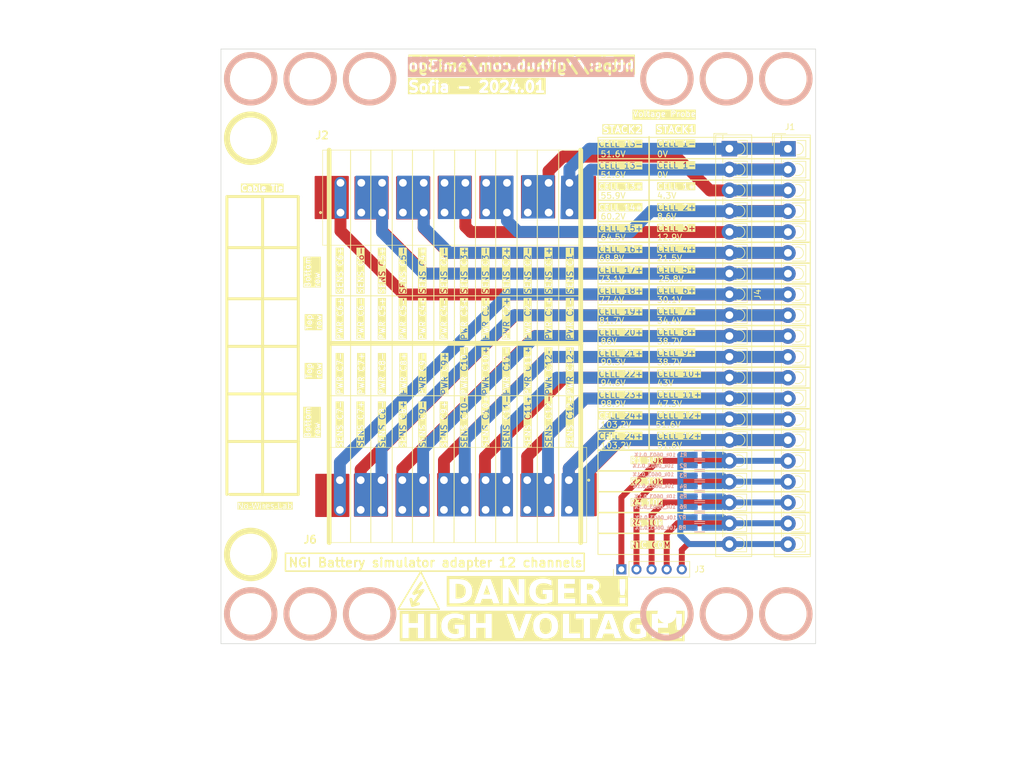
<source format=kicad_pcb>
(kicad_pcb (version 20221018) (generator pcbnew)
  (layers (0 "F.Cu" signal) (31 "B.Cu" signal) (34 "B.Paste" user) (35 "F.Paste" user) (36 "B.SilkS" user "B.Silkscreen") (37 "F.SilkS" user "F.Silkscreen") (38 "B.Mask" user) (39 "F.Mask" user) (44 "Edge.Cuts" user))
  (net 0 "")
  (net 1 "/Cell_1-")
  (net 2 "/Cell_1+")
  (net 3 "/Cell_2+")
  (net 4 "/Cell_3+")
  (net 5 "/Cell_4+")
  (net 6 "/Cell_5+")
  (net 7 "/Cell_6+")
  (net 8 "/Cell_7+")
  (net 9 "/Cell_8+")
  (net 10 "/Cell_9+")
  (net 11 "/Cell_10+")
  (net 12 "/Cell_11+")
  (net 13 "/Cell_12+")
  (net 14 "/NTC1")
  (net 15 "/NTC2")
  (net 16 "/NTC3")
  (net 17 "/NTC4")
  (net 18 "/COM")
  (footprint "MountingHole:MountingHole_3.2mm_M3_ISO14580" (layer "F.Cu") (at 135 115)
    (fp_text reference "H10" hide)
    (fp_text value "MountingHole" hide)
  )
  (footprint "MountingHole:MountingHole_3.2mm_M3_ISO14580" (layer "F.Cu") (at 54 90)
    (fp_text reference "H8" hide)
    (fp_text value "MountingHole")
  )
  (footprint "MountingHole:MountingHole_3.2mm_M3_ISO14580" (layer "F.Cu") (at 145 25)
    (fp_text reference "H2" hide)
    (fp_text value "MountingHole")
  )
  (footprint "MountingHole:MountingHole_3.2mm_M3_ISO14580" (layer "F.Cu") (at 55 105)
    (fp_text reference "H18" hide)
    (fp_text value "MountingHole")
  )
  (footprint "MountingHole:MountingHole_3.2mm_M3_ISO14580" (layer "F.Cu") (at 65 115)
    (fp_text reference "H9" hide)
    (fp_text value "MountingHole")
  )
  (footprint "MountingHole:MountingHole_3.2mm_M3_ISO14580" (layer "F.Cu") (at 60 50)
    (fp_text reference "H7" hide)
    (fp_text value "MountingHole")
  )
  (footprint "Connectors_local:1725042" (layer "F.Cu") (at 108.5 92.5 180)
    (fp_text reference "J6")
    (fp_text value "1725042" hide)
  )
  (footprint "MountingHole:MountingHole_3.2mm_M3_ISO14580" (layer "F.Cu") (at 135 25)
    (fp_text reference "H11" hide)
    (fp_text value "MountingHole")
  )
  (footprint "MountingHole:MountingHole_3.2mm_M3_ISO14580" (layer "F.Cu") (at 54 74)
    (fp_text reference "H6" hide)
    (fp_text value "MountingHole")
  )
  (footprint "MountingHole:MountingHole_3.2mm_M3_ISO14580" (layer "F.Cu") (at 60 58)
    (fp_text reference "H8" hide)
    (fp_text value "MountingHole")
  )
  (footprint "MountingHole:MountingHole_3.2mm_M3_ISO14580" (layer "F.Cu") (at 125 25)
    (fp_text reference "H15" hide)
    (fp_text value "MountingHole")
  )
  (footprint "MountingHole:MountingHole_3.2mm_M3_ISO14580" (layer "F.Cu") (at 54 58)
    (fp_text reference "H5" hide)
    (fp_text value "MountingHole")
  )
  (footprint "MountingHole:MountingHole_3.2mm_M3_ISO14580" (layer "F.Cu") (at 54 66)
    (fp_text reference "H5" hide)
    (fp_text value "MountingHole")
  )
  (footprint "MountingHole:MountingHole_3.2mm_M3_ISO14580" (layer "F.Cu") (at 54 82)
    (fp_text reference "H5" hide)
    (fp_text value "MountingHole")
  )
  (footprint "MountingHole:MountingHole_3.2mm_M3_ISO14580" (layer "F.Cu") (at 75 115)
    (fp_text reference "H14" hide)
    (fp_text value "MountingHole" hide)
  )
  (footprint "Connectors_local:TerminalBlock_4Ucon_1x20_P3.50mm_horisontal" (layer "F.Cu") (at 135.5 36.75 -90)
    (fp_text reference "J4")
    (fp_text value "Screw_Terminal_01x20")
  )
  (footprint "MountingHole:MountingHole_3.2mm_M3_ISO14580" (layer "F.Cu") (at 60 90)
    (fp_text reference "H8" hide)
    (fp_text value "MountingHole")
  )
  (footprint "MountingHole:MountingHole_3.2mm_M3_ISO14580" (layer "F.Cu") (at 125 115)
    (fp_text reference "H13" hide)
    (fp_text value "MountingHole" hide)
  )
  (footprint "Connectors_local:TerminalBlock_4Ucon_1x20_P3.50mm_Vertical_copy" (layer "F.Cu") (at 145.355 36.775 -90)
    (fp_text reference "J1")
    (fp_text value "Screw_Terminal_01x20")
  )
  (footprint "MountingHole:MountingHole_3.2mm_M3_ISO14580" (layer "F.Cu") (at 65 25)
    (fp_text reference "H12" hide)
    (fp_text value "MountingHole")
  )
  (footprint "Connector_PinHeader_2.54mm:PinHeader_1x05_P2.54mm_Vertical" (layer "F.Cu") (at 117.34 107.5 90)
    (fp_text reference "J3")
    (fp_text value "Conn_01x05")
  )
  (footprint "Connectors_local:1725042" (layer "F.Cu") (at 70.1 47.5)
    (fp_text reference "J2")
    (fp_text value "1725042" hide)
  )
  (footprint "MountingHole:MountingHole_3.2mm_M3_ISO14580" (layer "F.Cu") (at 54 50)
    (fp_text reference "H7" hide)
    (fp_text value "MountingHole")
  )
  (footprint "MountingHole:MountingHole_3.2mm_M3_ISO14580" (layer "F.Cu") (at 55 35)
    (fp_text reference "H17" hide)
    (fp_text value "MountingHole")
  )
  (footprint "MountingHole:MountingHole_3.2mm_M3_ISO14580" (layer "F.Cu") (at 60 66)
    (fp_text reference "H8" hide)
    (fp_text value "MountingHole")
  )
  (footprint "MountingHole:MountingHole_3.2mm_M3_ISO14580" (layer "F.Cu") (at 55 25)
    (fp_text reference "H3" hide)
    (fp_text value "MountingHole")
  )
  (footprint "MountingHole:MountingHole_3.2mm_M3_ISO14580" (layer "F.Cu") (at 60 74)
    (fp_text reference "H8" hide)
    (fp_text value "MountingHole")
  )
  (footprint "MountingHole:MountingHole_3.2mm_M3_ISO14580" (layer "F.Cu") (at 55 115)
    (fp_text reference "H4" hide)
    (fp_text value "MountingHole")
  )
  (footprint "MountingHole:MountingHole_3.2mm_M3_ISO14580" (layer "F.Cu") (at 60 82)
    (fp_text reference "H8" hide)
    (fp_text value "MountingHole")
  )
  (footprint "MountingHole:MountingHole_3.2mm_M3_ISO14580" (layer "F.Cu") (at 75 25)
    (fp_text reference "H16" hide)
    (fp_text value "MountingHole")
  )
  (footprint "MountingHole:MountingHole_3.2mm_M3_ISO14580" (layer "F.Cu") (at 145 115)
    (fp_text reference "H1" hide)
    (fp_text value "MountingHole" hide)
  )
  (footprint "PCM_4ms_Resistor:R_0603" (layer "B.Cu") (at 130.5 95.25)
    (fp_text reference "R5")
    (fp_text value "10k_0603_0.1%")
  )
  (footprint "PCM_4ms_Resistor:R_0603" (layer "B.Cu") (at 130.5 91.75)
    (fp_text reference "R3")
    (fp_text value "10k_0603_0.1%")
  )
  (footprint "PCM_4ms_Resistor:R_0603" (layer "B.Cu") (at 130.5 100.5)
    (fp_text reference "R8")
    (fp_text value "10k_0603_0.1%")
  )
  (footprint "PCM_4ms_Resistor:R_0603" (layer "B.Cu") (at 130.5 88.25)
    (fp_text reference "R1")
    (fp_text value "10k_0603_0.1%")
  )
  (footprint "PCM_4ms_Resistor:R_0603" (layer "B.Cu") (at 130.5 98.75)
    (fp_text reference "R7")
    (fp_text value "10k_0603_0.1%")
  )
  (footprint "PCM_4ms_Resistor:R_0603" (layer "B.Cu") (at 130.5 97)
    (fp_text reference "R6")
    (fp_text value "10k_0603_0.1%")
  )
  (footprint "PCM_4ms_Resistor:R_0603" (layer "B.Cu") (at 130.5 90)
    (fp_text reference "R2")
    (fp_text value "10k_0603_0.1%")
  )
  (footprint "PCM_4ms_Resistor:R_0603" (layer "B.Cu") (at 130.5 93.5)
    (fp_text reference "R4")
    (fp_text value "10k_0603_0.1%")
  )
  (gr_circle (center 145 25) (end 141 25) (stroke (width 1)) (fill none) (layer "B.SilkS"))
  (gr_circle (center 125 115) (end 121 115) (stroke (width 1)) (fill none) (layer "B.SilkS"))
  (gr_circle (center 65 25) (end 61 25) (stroke (width 1)) (fill none) (layer "B.SilkS"))
  (gr_circle (center 55 115) (end 51 115) (stroke (width 1)) (fill none) (layer "B.SilkS"))
  (gr_circle (center 75 25) (end 71 25) (stroke (width 1)) (fill none) (layer "B.SilkS"))
  (gr_circle (center 125 25) (end 121 25) (stroke (width 1)) (fill none) (layer "B.SilkS"))
  (gr_circle (center 145 115) (end 141 115) (stroke (width 1)) (fill none) (layer "B.SilkS"))
  (gr_circle (center 55 25) (end 51 25) (stroke (width 1)) (fill none) (layer "B.SilkS"))
  (gr_circle (center 65 115) (end 61 115) (stroke (width 1)) (fill none) (layer "B.SilkS"))
  (gr_circle (center 135 115) (end 131 115) (stroke (width 1)) (fill none) (layer "B.SilkS"))
  (gr_circle (center 75 115) (end 71 115) (stroke (width 1)) (fill none) (layer "B.SilkS"))
  (gr_circle (center 135 25) (end 131 25) (stroke (width 1)) (fill none) (layer "B.SilkS"))
  (gr_line (start 110.5 37) (end 110.5 103) (stroke (width 0.8)) (layer "F.SilkS"))
  (gr_rect (start 113.4 83.9) (end 149.1 87.5) (stroke (width 0.15)) (fill none) (layer "F.SilkS"))
  (gr_line (start 57 44.9) (end 57 94.9) (stroke (width 0.5)) (layer "F.SilkS"))
  (gr_line (start 78.8 37) (end 78.8 103) (stroke (width 0.15)) (layer "F.SilkS"))
  (gr_rect (start 113.4 55.95) (end 149.1 59.55) (stroke (width 0.15)) (fill none) (layer "F.SilkS"))
  (gr_rect (start 113.4 62.95) (end 149.1 66.55) (stroke (width 0.15)) (fill none) (layer "F.SilkS"))
  (gr_line (start 51 70) (end 63 70) (stroke (width 0.5)) (layer "F.SilkS"))
  (gr_rect (start 113.4 101.4) (end 149.1 105) (stroke (width 0.15)) (fill none) (layer "F.SilkS"))
  (gr_line (start 92.8 37) (end 92.8 103) (stroke (width 0.15)) (layer "F.SilkS"))
  (gr_line (start 79.8 114.2) (end 86.7 114.2) (stroke (width 0.25)) (layer "F.SilkS"))
  (gr_line (start 75.2 37) (end 75.2 103) (stroke (width 0.15)) (layer "F.SilkS"))
  (gr_line (start 51 62) (end 62.9 62) (stroke (width 0.5)) (layer "F.SilkS"))
  (gr_rect (start 113.4 76.95) (end 149.1 80.55) (stroke (width 0.15)) (fill none) (layer "F.SilkS"))
  (gr_line (start 68.2 78.3) (end 110.5 78.3) (stroke (width 0.15)) (layer "F.SilkS"))
  (gr_line (start 51 78) (end 63 78) (stroke (width 0.5)) (layer "F.SilkS"))
  (gr_circle (center 145 115) (end 149 115) (stroke (width 1)) (fill none) (layer "F.SilkS"))
  (gr_circle (center 65 25) (end 69 25) (stroke (width 1)) (fill none) (layer "F.SilkS"))
  (gr_line (start 83.6 107.9) (end 79.8 114.2) (stroke (width 0.25)) (layer "F.SilkS"))
  (gr_circle (center 55 35) (end 59 35) (stroke (width 1)) (fill none) (layer "F.SilkS"))
  (gr_rect (start 113.4 45.45) (end 148.35 49.05) (stroke (width 0.15)) (fill none) (layer "F.SilkS"))
  (gr_rect (start 113.4 38.45) (end 149.1 42.05) (stroke (width 0.15)) (fill none) (layer "F.SilkS"))
  (gr_rect (start 113.4 52.45) (end 149.1 56.05) (stroke (width 0.15)) (fill none) (layer "F.SilkS"))
  (gr_line (start 82.2 37) (end 82.2 103) (stroke (width 0.15)) (layer "F.SilkS"))
  (gr_line (start 82.45 111.55) (end 83.95 111.05) (stroke (width 0.5)) (layer "F.SilkS"))
  (gr_line (start 106.8 37) (end 106.8 103) (stroke (width 0.15)) (layer "F.SilkS"))
  (gr_circle (center 55 25) (end 59 25) (stroke (width 1)) (fill none) (layer "F.SilkS"))
  (gr_rect (start 113.4 59.45) (end 149.1 63.05) (stroke (width 0.15)) (fill none) (layer "F.SilkS"))
  (gr_rect (start 113.4 73.45) (end 149.1 77.05) (stroke (width 0.15)) (fill none) (layer "F.SilkS"))
  (gr_circle (center 135 25) (end 139 25) (stroke (width 1)) (fill none) (layer "F.SilkS"))
  (gr_rect (start 113.4 90.9) (end 149.1 94.5) (stroke (width 0.15)) (fill none) (layer "F.SilkS"))
  (gr_line (start 51 44.8) (end 63 44.8) (stroke (width 0.5)) (layer "F.SilkS"))
  (gr_line (start 99.8 37) (end 99.8 103) (stroke (width 0.15)) (layer "F.SilkS"))
  (gr_rect (start 113.4 34.85) (end 149.1 38.45) (stroke (width 0.15)) (fill none) (layer "F.SilkS"))
  (gr_line (start 68.2 61.5) (end 110.5 61.5) (stroke (width 0.15)) (layer "F.SilkS"))
  (gr_rect (start 113.4 42.05) (end 149.1 45.4) (stroke (width 0.15)) (fill none) (layer "F.SilkS"))
  (gr_circle (center 55 115) (end 59 115) (stroke (width 1)) (fill none) (layer "F.SilkS"))
  (gr_circle (center 125 115) (end 129 115) (stroke (width 1)) (fill none) (layer "F.SilkS"))
  (gr_line (start 96.2 37) (end 96.2 103) (stroke (width 0.15)) (layer "F.SilkS"))
  (gr_rect (start 60.85 104.8) (end 111.1 107.8) (stroke (width 0.25)) (fill none) (layer "F.SilkS"))
  (gr_rect (start 113.4 80.45) (end 149.1 84.05) (stroke (width 0.15)) (fill none) (layer "F.SilkS"))
  (gr_circle (center 55 105) (end 59 105) (stroke (width 1)) (fill none) (layer "F.SilkS"))
  (gr_line (start 68.25 69.5) (end 110.55 69.5) (stroke (width 0.8)) (layer "F.SilkS"))
  (gr_rect (start 113.4 94.4) (end 149.1 98) (stroke (width 0.15)) (fill none) (layer "F.SilkS"))
  (gr_line (start 86.7 114.2) (end 83.6 107.9) (stroke (width 0.25)) (layer "F.SilkS"))
  (gr_rect (start 113.4 97.9) (end 149.1 101.5) (stroke (width 0.15)) (fill none) (layer "F.SilkS"))
  (gr_rect (start 113.4 87.4) (end 149.1 91) (stroke (width 0.15)) (fill none) (layer "F.SilkS"))
  (gr_line (start 85.8 37) (end 85.8 103) (stroke (width 0.15)) (layer "F.SilkS"))
  (gr_line (start 63 44.9) (end 63 94.9) (stroke (width 0.5)) (layer "F.SilkS"))
  (gr_line (start 51 53.4) (end 63 53.4) (stroke (width 0.5)) (layer "F.SilkS"))
  (gr_line (start 83.95 111.05) (end 82.2 113.55) (stroke (width 0.5)) (layer "F.SilkS"))
  (gr_line (start 82.2 113.55) (end 81.95 112.55) (stroke (width 0.5)) (layer "F.SilkS"))
  (gr_rect (start 113.4 48.95) (end 149.1 52.55) (stroke (width 0.15)) (fill none) (layer "F.SilkS"))
  (gr_line (start 71.8 37) (end 71.8 103) (stroke (width 0.15)) (layer "F.SilkS"))
  (gr_line (start 122 34.75) (end 122 87.5) (stroke (width 0.25)) (layer "F.SilkS"))
  (gr_line (start 83.7 109.8) (end 82.45 111.55) (stroke (width 0.5)) (layer "F.SilkS"))
  (gr_circle (center 75 25) (end 79 25) (stroke (width 1)) (fill none) (layer "F.SilkS"))
  (gr_line (start 51.5 94.9) (end 63 94.9) (stroke (width 0.5)) (layer "F.SilkS"))
  (gr_line (start 83.2 113.3) (end 82.2 113.55) (stroke (width 0.5)) (layer "F.SilkS"))
  (gr_circle (center 135 115) (end 139 115) (stroke (width 1)) (fill none) (layer "F.SilkS"))
  (gr_line (start 103.2 37) (end 103.2 103) (stroke (width 0.15)) (layer "F.SilkS"))
  (gr_circle (center 65 115) (end 69 115) (stroke (width 1)) (fill none) (layer "F.SilkS"))
  (gr_line (start 51 86) (end 63 86) (stroke (width 0.5)) (layer "F.SilkS"))
  (gr_circle (center 145 25) (end 149 25) (stroke (width 1)) (fill none) (layer "F.SilkS"))
  (gr_rect (start 113.4 66.45) (end 149.1 70.05) (stroke (width 0.15)) (fill none) (layer "F.SilkS"))
  (gr_line (start 51 44.95) (end 51 94.9) (stroke (width 0.5)) (layer "F.SilkS"))
  (gr_line (start 89.3 37) (end 89.2 103) (stroke (width 0.15)) (layer "F.SilkS"))
  (gr_circle (center 75 115) (end 79 115) (stroke (width 1)) (fill none) (layer "F.SilkS"))
  (gr_line (start 68.2 37) (end 68.2 103) (stroke (width 0.8)) (layer "F.SilkS"))
  (gr_circle (center 125 25) (end 129 25) (stroke (width 1)) (fill none) (layer "F.SilkS"))
  (gr_rect (start 113.4 69.95) (end 149.1 73.55) (stroke (width 0.15)) (fill none) (layer "F.SilkS"))
  (gr_line (start 50 120) (end 150 120) (stroke (width 0.1)) (layer "Edge.Cuts"))
  (gr_line (start 150 120) (end 150 20) (stroke (width 0.1)) (layer "Edge.Cuts"))
  (gr_line (start 150 20) (end 50 20) (stroke (width 0.1)) (layer "Edge.Cuts"))
  (gr_line (start 50 20) (end 50 120) (stroke (width 0.1)) (layer "Edge.Cuts"))
  (gr_text "https://github.com/ami3go" (at 119.8 23.9) (layer "B.SilkS" knockout) (effects (font (size 1.8 1.8) (thickness 0.45) bold) (justify left bottom mirror)))
  (gr_text "CELL 1- " (at 123.25 40.15) (layer "F.SilkS" knockout) (effects (font (size 1 1)) (justify left bottom)))
  (gr_text "51.6V" (at 113.75 41.75) (layer "F.SilkS") (effects (font (size 1 1)) (justify left bottom)))
  (gr_text "CELL 15+" (at 113.4 50.75) (layer "F.SilkS" knockout) (effects (font (size 1 1)) (justify left bottom)))
  (gr_text "47.3V" (at 123.25 80.25) (layer "F.SilkS") (effects (font (size 1 1)) (justify left bottom)))
  (gr_text "STACK2" (at 114 34.25) (layer "F.SilkS" knockout) (effects (font (size 1.2 1.2) (thickness 0.25) bold) (justify left bottom)))
  (gr_text "PWR C11-" (at 98.6 78.25 90) (layer "F.SilkS" knockout) (effects (font (size 1 1)) (justify left bottom)))
  (gr_text "8.6V" (at 123.25 48.75) (layer "F.SilkS") (effects (font (size 1 1)) (justify left bottom)))
  (gr_text "SENS C1-" (at 109.3 61.25 90) (layer "F.SilkS" knockout) (effects (font (size 1 1)) (justify left bottom)))
  (gr_text "SENS C5-" (at 81.2 61.25 90) (layer "F.SilkS" knockout) (effects (font (size 1 1)) (justify left bottom)))
  (gr_text "SENS C4+" (at 84.5 61.25 90) (layer "F.SilkS" knockout) (effects (font (size 1 1)) (justify left bottom)))
  (gr_text "64.5V" (at 113.75 52.25) (layer "F.SilkS") (effects (font (size 1 1)) (justify left bottom)))
  (gr_text "PWR C8-" (at 77.7 78.25 90) (layer "F.SilkS" knockout) (effects (font (size 1 1)) (justify left bottom)))
  (gr_text "CELL 7+" (at 123.25 64.7) (layer "F.SilkS" knockout) (effects (font (size 1 1)) (justify left bottom)))
  (gr_text "30.1V" (at 123.25 62.75) (layer "F.SilkS") (effects (font (size 1 1)) (justify left bottom)))
  (gr_text "CELL 13- " (at 113.4 36.55) (layer "F.SilkS" knockout) (effects (font (size 1 1)) (justify left bottom)))
  (gr_text "Top\nrow" (at 67 75.5 90) (layer "F.SilkS" knockout) (effects (font (size 1 1)) (justify left bottom)))
  (gr_text "CELL 1+" (at 123.25 43.7) (layer "F.SilkS" knockout) (effects (font (size 1 1)) (justify left bottom)))
  (gr_text "CELL 9+" (at 123.25 71.7) (layer "F.SilkS" knockout) (effects (font (size 1 1)) (justify left bottom)))
  (gr_text "SENS C8-\n" (at 77.7 87.1 90) (layer "F.SilkS" knockout) (effects (font (size 1 1)) (justify left bottom)))
  (gr_text "55.9V" (at 113.75 45.25) (layer "F.SilkS") (effects (font (size 1 1)) (justify left bottom)))
  (gr_text "CELL 12+" (at 123.25 85.65) (layer "F.SilkS" knockout) (effects (font (size 1 1)) (justify left bottom)))
  (gr_text "PWR C12-" (at 105.7 78.25 90) (layer "F.SilkS" knockout) (effects (font (size 1 1)) (justify left bottom)))
  (gr_text "90.3V" (at 113.75 73.25) (layer "F.SilkS") (effects (font (size 1 1)) (justify left bottom)))
  (gr_text "CELL 11+" (at 123.25 78.7) (layer "F.SilkS" knockout) (effects (font (size 1 1)) (justify left bottom)))
  (gr_text "SENS C10+" (at 95.1 87.1 90) (layer "F.SilkS" knockout) (effects (font (size 1 1)) (justify left bottom)))
  (gr_text "CELL 13+ " (at 113.4 43.725) (layer "F.SilkS" knockout) (effects (font (size 1 1)) (justify left bottom)))
  (gr_text "43V" (at 123.25 76.75) (layer "F.SilkS") (effects (font (size 1 1)) (justify left bottom)))
  (gr_text "PWR C10+" (at 95.1 78.25 90) (layer "F.SilkS" knockout) (effects (font (size 1 1)) (justify left bottom)))
  (gr_text "CELL 17+" (at 113.4 57.75) (layer "F.SilkS" knockout) (effects (font (size 1 1)) (justify left bottom)))
  (gr_text "R2 10k" (at 118.75 93.35) (layer "F.SilkS" knockout) (effects (font (size 1 1)) (justify left bottom)))
  (gr_text "SENS C3-" (at 95.1 61.25 90) (layer "F.SilkS" knockout) (effects (font (size 1 1)) (justify left bottom)))
  (gr_text "25.8V" (at 123.5 59.25) (layer "F.SilkS") (effects (font (size 1 1)) (justify left bottom)))
  (gr_text "DANGER !" (at 87.9 113.9) (layer "F.SilkS" knockout) (effects (font (size 4 4) (thickness 0.875) bold) (justify left bottom)))
  (gr_text "SENS C1+" (at 105.7 61.25 90) (layer "F.SilkS" knockout) (effects (font (size 1 1)) (justify left bottom)))
  (gr_text "CELL 24+" (at 113.4 82.25) (layer "F.SilkS" knockout) (effects (font (size 1 1)) (justify left bottom)))
  (gr_text "SENS C10-" (at 91.5 87.1 90) (layer "F.SilkS" knockout) (effects (font (size 1 1)) (justify left bottom)))
  (gr_text "SENS C9+" (at 88.1 87.1 90) (layer "F.SilkS" knockout) (effects (font (size 1 1)) (justify left bottom)))
  (gr_text "SENS C12+" (at 109.3 87.1 90) (layer "F.SilkS" knockout) (effects (font (size 1 1)) (justify left bottom)))
  (gr_text "CELL 18+" (at 113.4 61.25) (layer "F.SilkS" knockout) (effects (font (size 1 1)) (justify left bottom)))
  (gr_text "R3 10k" (at 118.75 96.85) (layer "F.SilkS" knockout) (effects (font (size 1 1)) (justify left bottom)))
  (gr_text "PWR C3+" (at 91.5 69 90) (layer "F.SilkS" knockout) (effects (font (size 1 1)) (justify left bottom)))
  (gr_text "PWR C10-" (at 91.5 78.25 90) (layer "F.SilkS" knockout) (effects (font (size 1 1)) (justify left bottom)))
  (gr_text "PWR C6-" (at 74.1 69 90) (layer "F.SilkS" knockout) (effects (font (size 1 1)) (justify left bottom)))
  (gr_text "60.2V" (at 113.75 48.75) (layer "F.SilkS") (effects (font (size 1 1)) (justify left bottom)))
  (gr_text "SENS C6+" (at 70.6 61.25 90) (layer "F.SilkS" knockout) (effects (font (size 1 1)) (justify left bottom)))
  (gr_text "CELL 6+" (at 123.25 61.2) (layer "F.SilkS" knockout) (effects (font (size 1 1)) (justify left bottom)))
  (gr_text "38.7V" (at 123.25 69.75) (layer "F.SilkS") (effects (font (size 1 1)) (justify left bottom)))
  (gr_text "Bottom \nrow" (at 66.75 85.5 90) (layer "F.SilkS" knockout) (effects (font (size 1 1)) (justify left bottom)))
  (gr_text "51.6V" (at 113.75 38.25) (layer "F.SilkS") (effects (font (size 1 1)) (justify left bottom)))
  (gr_text "98.9V" (at 113.75 80.25) (layer "F.SilkS") (effects (font (size 1 1)) (justify left bottom)))
  (gr_text "Cable Tie" (at 53.25 44) (layer "F.SilkS" knockout) (effects (font (size 1 1) (thickness 0.25) bold) (justify left bottom)))
  (gr_text "SENS C9-" (at 84.5 87.1 90) (layer "F.SilkS" knockout) (effects (font (size 1 1)) (justify left bottom)))
  (gr_text "Top\nrow" (at 67 67.3 90) (layer "F.SilkS" knockout) (effects (font (size 1 1)) (justify left bottom)))
  (gr_text "SENS C2+" (at 98.6 61.25 90) (layer "F.SilkS" knockout) (effects (font (size 1 1)) (justify left bottom)))
  (gr_text "PWR C1- " (at 109.3 69 90) (layer "F.SilkS" knockout) (effects (font (size 1 1)) (justify left bottom)))
  (gr_text "Voltage Probe" (at 119.2 31.5) (layer "F.SilkS" knockout) (effects (font (size 1 1)) (justify left bottom)))
  (gr_text "NGI Battery simulator adapter 12 channels " (at 61.2 107.25) (layer "F.SilkS") (effects (font (size 1.5 1.5) (thickness 0.3) bold) (justify left bottom)))
  (gr_text "21.5V" (at 123.25 55.75) (layer "F.SilkS") (effects (font (size 1 1)) (justify left bottom)))
  (gr_text "CELL 1- " (at 123.25 36.5) (layer "F.SilkS" knockout) (effects (font (size 1 1)) (justify left bottom)))
  (gr_text "SENS C6-" (at 74.1 61.25 90) (layer "F.SilkS" knockout) (effects (font (size 1 1)) (justify left bottom)))
  (gr_text "CELL 14+" (at 113.4 47.25) (layer "F.SilkS" knockout) (effects (font (size 1 1)) (justify left bottom)))
  (gr_text "CELL 23+" (at 113.4 78.75) (layer "F.SilkS" knockout) (effects (font (size 1 1)) (justify left bottom)))
  (gr_text "68.8V" (at 113.5 55.75) (layer "F.SilkS") (effects (font (size 1 1)) (justify left bottom)))
  (gr_text "NTC COM" (at 118.75 104) (layer "F.SilkS" knockout) (effects (font (size 1 1)) (justify left bottom)))
  (gr_text "CELL 24+" (at 113.4 85.7) (layer "F.SilkS" knockout) (effects (font (size 1 1)) (justify left bottom)))
  (gr_text "PWR C7+" (at 74.2 78.25 90) (layer "F.SilkS" knockout) (effects (font (size 1 1)) (justify left bottom)))
  (gr_text "PWR C7- " (at 70.6 78.25 90) (layer "F.SilkS" knockout) (effects (font (size 1 1)) (justify left bottom)))
  (gr_text "4.3V" (at 123.25 45.25) (layer "F.SilkS") (effects (font (size 1 1)) (justify left bottom)))
  (gr_text "CELL 8+" (at 123.25 68.2) (layer "F.SilkS" knockout) (effects (font (size 1 1)) (justify left bottom)))
  (gr_text "38.7V" (at 123.25 73.25) (layer "F.SilkS") (effects (font (size 1 1)) (justify left bottom)))
  (gr_text "CELL 10+" (at 123.25 75.2) (layer "F.SilkS" knockout) (effects (font (size 1 1)) (justify left bottom)))
  (gr_text "SENS C5+" (at 77.7 61.25 90) (layer "F.SilkS" knockout) (effects (font (size 1 1)) (justify left bottom)))
  (gr_text "PWR C8+" (at 81.3 78.25 90) (layer "F.SilkS" knockout) (effects (font (size 1 1)) (justify left bottom)))
  (gr_text "HIGH VOLTAGE!" (at 80 119.75) (layer "F.SilkS" knockout) (effects (font (size 4 4) (thickness 0.875) bold) (justify left bottom)))
  (gr_text "SENS C2-\n" (at 102.2 61.25 90) (layer "F.SilkS" knockout) (effects (font (size 1 1)) (justify left bottom)))
  (gr_text "R4 10k" (at 118.75 100.25) (layer "F.SilkS" knockout) (effects (font (size 1 1)) (justify left bottom)))
  (gr_text "CELL 12+" (at 123.25 82.2) (layer "F.SilkS" knockout) (effects (font (size 1 1)) (justify left bottom)))
  (gr_text "SENS C4-" (at 88.1 61.25 90) (layer "F.SilkS" knockout) (effects (font (size 1 1)) (justify left bottom)))
  (gr_text "PWR C2-" (at 102.2 69 90) (layer "F.SilkS" knockout) (effects (font (size 1 1)) (justify left bottom)))
  (gr_text "SENS C12-" (at 105.7 87.1 90) (layer "F.SilkS" knockout) (effects (font (size 1 1)) (justify left bottom)))
  (gr_text "CELL 4+" (at 123.25 54.2) (layer "F.SilkS" knockout) (effects (font (size 1 1)) (justify left bottom)))
  (gr_text "103.2V" (at 113.75 83.75) (layer "F.SilkS") (effects (font (size 1 1)) (justify left bottom)))
  (gr_text "STACK1" (at 123 34.25) (layer "F.SilkS" knockout) (effects (font (size 1.2 1.2) (thickness 0.25) bold) (justify left bottom)))
  (gr_text "77.4V" (at 113.5 62.75) (layer "F.SilkS") (effects (font (size 1 1)) (justify left bottom)))
  (gr_text "CELL 22+" (at 113.4 75.25) (layer "F.SilkS" knockout) (effects (font (size 1 1)) (justify left bottom)))
  (gr_text "SENS C8+" (at 81.2 87.1 90) (layer "F.SilkS" knockout) (effects (font (size 1 1)) (justify left bottom)))
  (gr_text "SENS C11+" (at 102.2 87.1 90) (layer "F.SilkS" knockout) (effects (font (size 1 1)) (justify left bottom)))
  (gr_text "CELL 19+" (at 113.4 64.75) (layer "F.SilkS" knockout) (effects (font (size 1 1)) (justify left bottom)))
  (gr_text "51.6V" (at 123 83.75) (layer "F.SilkS") (effects (font (size 1 1)) (justify left bottom)))
  (gr_text "PWR C5+" (at 77.7 69 90) (layer "F.SilkS" knockout) (effects (font (size 1 1)) (justify left bottom)))
  (gr_text "No-Wires-Lab" (at 52.75 97.5) (layer "F.SilkS" knockout) (effects (font (size 1 1) (thickness 0.1)) (justify left bottom)))
  (gr_text "CELL 5+" (at 123.25 57.7) (layer "F.SilkS" knockout) (effects (font (size 1 1)) (justify left bottom)))
  (gr_text "PWR C12+" (at 109.3 78.25 90) (layer "F.SilkS" knockout) (effects (font (size 1 1)) (justify left bottom)))
  (gr_text "CELL 3+" (at 123.25 50.7) (layer "F.SilkS" knockout) (effects (font (size 1 1)) (justify left bottom)))
  (gr_text "0V" (at 123.25 41.75) (layer "F.SilkS") (effects (font (size 1 1)) (justify left bottom)))
  (gr_text "Bottom \nrow" (at 66.75 60.25 90) (layer "F.SilkS" knockout) (effects (font (size 1 1)) (justify left bottom)))
  (gr_text "Sofia - 2024.01" (at 81.25 27.4) (layer "F.SilkS" knockout) (effects (font (size 1.8 1.8) (thickness 0.45) bold) (justify left bottom)))
  (gr_text "PWR C6+" (at 70.6 69 90) (layer "F.SilkS" knockout) (effects (font (size 1 1)) (justify left bottom)))
  (gr_text "34.4V" (at 123.25 66.25) (layer "F.SilkS") (effects (font (size 1 1)) (justify left bottom)))
  (gr_text "103.2V" (at 113.75 87.25) (layer "F.SilkS") (effects (font (size 1 1)) (justify left bottom)))
  (gr_text "SENS C3+" (at 91.5 61.25 90) (layer "F.SilkS" knockout) (effects (font (size 1 1)) (justify left bottom)))
  (gr_text "0V" (at 123.25 38.25) (layer "F.SilkS") (effects (font (size 1 1)) (justify left bottom)))
  (gr_text "CELL 13- " (at 113.4 40.2) (layer "F.SilkS" knockout) (effects (font (size 1 1)) (justify left bottom)))
  (gr_text "86V" (at 113.75 69.75) (layer "F.SilkS") (effects (font (size 1 1)) (justify left bottom)))
  (gr_text "CELL 16+" (at 113.4 54.25) (layer "F.SilkS" knockout) (effects (font (size 1 1)) (justify left bottom)))
  (gr_text "PWR C9+" (at 88.2 78.25 90) (layer "F.SilkS" knockout) (effects (font (size 1 1)) (justify left bottom)))
  (gr_text "12.9V" (at 123.25 52.25) (layer "F.SilkS") (effects (font (size 1 1)) (justify left bottom)))
  (gr_text "PWR C4+" (at 84.5 69 90) (layer "F.SilkS" knockout) (effects (font (size 1 1)) (justify left bottom)))
  (gr_text "CELL 21+" (at 113.4 71.75) (layer "F.SilkS" knockout) (effects (font (size 1 1)) (justify left bottom)))
  (gr_text "51.6V" (at 123.25 87.25) (layer "F.SilkS") (effects (font (size 1 1)) (justify left bottom)))
  (gr_text "R1 10k" (at 118.75 89.75) (layer "F.SilkS" knockout) (effects (font (size 1 1)) (justify left bottom)))
  (gr_text "https://github.com/ami3go" (at 81.25 23.5) (layer "F.SilkS" knockout) (effects (font (size 1.8 1.8) (thickness 0.45) bold) (justify left bottom)))
  (gr_text "CELL 20+" (at 113.4 68.25) (layer "F.SilkS" knockout) (effects (font (size 1 1)) (justify left bottom)))
  (gr_text "PWR C1+" (at 105.7 69 90) (layer "F.SilkS" knockout) (effects (font (size 1 1)) (justify left bottom)))
  (gr_text "PWR C11+" (at 102.2 78.25 90) (layer "F.SilkS" knockout) (effects (font (size 1 1)) (justify left bottom)))
  (gr_text "94.6V" (at 113.75 76.75) (layer "F.SilkS") (effects (font (size 1 1)) (justify left bottom)))
  (gr_text "SENS C11-" (at 98.6 87.1 90) (layer "F.SilkS" knockout) (effects (font (size 1 1)) (justify left bottom)))
  (gr_text "PWR C9-" (at 84.5 78.25 90) (layer "F.SilkS" knockout) (effects (font (size 1 1)) (justify left bottom)))
  (gr_text "PWR C5-" (at 81.2 69 90) (layer "F.SilkS" knockout) (effects (font (size 1 1)) (justify left bottom)))
  (gr_text "SENS C7-" (at 70.6 87.1 90) (layer "F.SilkS" knockout) (effects (font (size 1 1)) (justify left bottom)))
  (gr_text "PWR C2+" (at 98.6 69 90) (layer "F.SilkS" knockout) (effects (font (size 1 1)) (justify left bottom)))
  (gr_text "SENS C7+" (at 74.1 87.1 90) (layer "F.SilkS" knockout) (effects (font (size 1 1)) (justify left bottom)))
  (gr_text "CELL 2+" (at 123.25 47.2) (layer "F.SilkS" knockout) (effects (font (size 1 1)) (justify left bottom)))
  (gr_text "PWR C3-" (at 95.1 69 90) (layer "F.SilkS" knockout) (effects (font (size 1 1)) (justify left bottom)))
  (gr_text "81.7V" (at 113.5 66.25) (layer "F.SilkS") (effects (font (size 1 1)) (justify left bottom)))
  (gr_text "PWR C4-" (at 88.1 69 90) (layer "F.SilkS" knockout) (effects (font (size 1 1)) (justify left bottom)))
  (gr_text "73.1V" (at 113.5 59.25) (layer "F.SilkS") (effects (font (size 1 1)) (justify left bottom)))
  (segment (start 145.33 36.75) (end 145.355 36.775) (width 2) (layer "F.Cu") (net 1))
  (segment (start 135.5 40.25) (end 145.33 40.25) (width 2) (layer "F.Cu") (net 1))
  (segment (start 108.6 42.5) (end 108.6 47.5) (width 2) (layer "F.Cu") (net 1))
  (segment (start 145.33 40.25) (end 145.355 40.275) (width 2) (layer "F.Cu") (net 1))
  (segment (start 135.5 36.75) (end 145.33 36.75) (width 2) (layer "F.Cu") (net 1))
  (segment (start 145.28 36.85) (end 145.355 36.775) (width 1) (layer "B.Cu") (net 1))
  (segment (start 110 42.5) (end 112.225 40.275) (width 2) (layer "B.Cu") (net 1))
  (segment (start 112.225 40.275) (end 145.355 40.275) (width 2) (layer "B.Cu") (net 1))
  (segment (start 108.6 47.5) (end 108.6 40.15) (width 2) (layer "B.Cu") (net 1))
  (segment (start 111.975 36.775) (end 145.355 36.775) (width 2) (layer "B.Cu") (net 1))
  (segment (start 108.6 40.15) (end 111.975 36.775) (width 2) (layer "B.Cu") (net 1))
  (segment (start 108.6 42.5) (end 110 42.5) (width 2) (layer "B.Cu") (net 1))
  (segment (start 101.6 42.5) (end 101.6 47.5) (width 2) (layer "F.Cu") (net 2))
  (segment (start 132.225 43.775) (end 126.55 38.1) (width 2) (layer "F.Cu") (net 2))
  (segment (start 105.1 40.5) (end 105.1 42.5) (width 2) (layer "F.Cu") (net 2))
  (segment (start 126.55 38.1) (end 107.5 38.1) (width 2) (layer "F.Cu") (net 2))
  (segment (start 107.5 38.1) (end 105.1 40.5) (width 2) (layer "F.Cu") (net 2))
  (segment (start 101.6 42.5) (end 105.1 42.5) (width 2) (layer "F.Cu") (net 2))
  (segment (start 101.6 47.5) (end 105.1 47.5) (width 2) (layer "F.Cu") (net 2))
  (segment (start 145.355 43.775) (end 132.225 43.775) (width 2) (layer "F.Cu") (net 2))
  (segment (start 105.1 47.5) (end 105.1 42.88873) (width 2) (layer "F.Cu") (net 2))
  (segment (start 145.33 43.75) (end 145.355 43.775) (width 2) (layer "B.Cu") (net 2))
  (segment (start 135.5 43.75) (end 145.33 43.75) (width 2) (layer "B.Cu") (net 2))
  (segment (start 101.6 42.5) (end 101.6 47.35) (width 2) (layer "B.Cu") (net 2))
  (segment (start 105.1 42.5) (end 105.1 47.5) (width 2) (layer "B.Cu") (net 2))
  (segment (start 101.6 47.35) (end 101.75 47.5) (width 2) (layer "B.Cu") (net 2))
  (segment (start 101.75 47.5) (end 105.1 47.5) (width 2) (layer "B.Cu") (net 2))
  (segment (start 101.6 47.5) (end 101.75 47.5) (width 2) (layer "B.Cu") (net 2))
  (segment (start 135.5 47.25) (end 145.33 47.25) (width 2) (layer "F.Cu") (net 3))
  (segment (start 145.33 47.25) (end 145.355 47.275) (width 2) (layer "F.Cu") (net 3))
  (segment (start 94.6 47.5) (end 98.1 47.5) (width 2) (layer "F.Cu") (net 3))
  (segment (start 94.6 42.5) (end 98.1 42.5) (width 2) (layer "F.Cu") (net 3))
  (segment (start 98.1 42.5) (end 98.1 47.5) (width 2) (layer "B.Cu") (net 3))
  (segment (start 94.6 42.5) (end 94.6 47.5) (width 2) (layer "B.Cu") (net 3))
  (segment (start 118.85 50.75) (end 99.971142 50.75) (width 2) (layer "B.Cu") (net 3))
  (segment (start 99.971142 50.75) (end 98.1 48.878858) (width 2) (layer "B.Cu") (net 3))
  (segment (start 98.1 48.878858) (end 98.1 47.5) (width 2) (layer "B.Cu") (net 3))
  (segment (start 145.355 47.275) (end 122.325 47.275) (width 2) (layer "B.Cu") (net 3))
  (segment (start 122.325 47.275) (end 118.85 50.75) (width 2) (layer "B.Cu") (net 3))
  (segment (start 91.1 49.85) (end 91.1 47.5) (width 2) (layer "F.Cu") (net 4))
  (segment (start 87.6 47.5) (end 91.1 47.5) (width 2) (layer "F.Cu") (net 4))
  (segment (start 87.6 42.5) (end 91.1 42.5) (width 2) (layer "F.Cu") (net 4))
  (segment (start 92.025 50.775) (end 91.1 49.85) (width 2) (layer "F.Cu") (net 4))
  (segment (start 145.355 50.775) (end 92.025 50.775) (width 2) (layer "F.Cu") (net 4))
  (segment (start 91.1 42.5) (end 91.1 47.5) (width 2) (layer "B.Cu") (net 4))
  (segment (start 135.525 50.775) (end 135.5 50.75) (width 2) (layer "B.Cu") (net 4))
  (segment (start 145.355 50.775) (end 135.525 50.775) (width 2) (layer "B.Cu") (net 4))
  (segment (start 87.6 42.5) (end 87.6 47.5) (width 2) (layer "B.Cu") (net 4))
  (segment (start 88.275 54.275) (end 84.1 50.1) (width 2) (layer "F.Cu") (net 5))
  (segment (start 80.6 42.5) (end 80.6 47.464645) (width 2) (layer "F.Cu") (net 5))
  (segment (start 80.6 47.464645) (end 80.617678 47.482323) (width 2) (layer "F.Cu") (net 5))
  (segment (start 84.1 50.1) (end 84.1 47.5) (width 2) (layer "F.Cu") (net 5))
  (segment (start 84.1 42.5) (end 80.6 42.5) (width 2) (layer "F.Cu") (net 5))
  (segment (start 145.355 54.275) (end 88.275 54.275) (width 2) (layer "F.Cu") (net 5))
  (segment (start 84.1 47.5) (end 80.6 47.5) (width 2) (layer "F.Cu") (net 5))
  (segment (start 88.375 54.275) (end 84.1 50) (width 2) (layer "B.Cu") (net 5))
  (segment (start 80.6 42.5) (end 80.6 47.5) (width 2) (layer "B.Cu") (net 5))
  (segment (start 84.1 50) (end 84.1 47.5) (width 2) (layer "B.Cu") (net 5))
  (segment (start 145.355 54.275) (end 88.375 54.275) (width 2) (layer "B.Cu") (net 5))
  (segment (start 84.1 42.5) (end 84.1 47.5) (width 2) (layer "B.Cu") (net 5))
  (segment (start 77.1 50.6) (end 77.1 42.5) (width 2) (layer "F.Cu") (net 6))
  (segment (start 77.1 47.5) (end 73.6 47.5) (width 2) (layer "F.Cu") (net 6))
  (segment (start 145.355 57.775) (end 84.275 57.775) (width 2) (layer "F.Cu") (net 6))
  (segment (start 84.275 57.775) (end 77.1 50.6) (width 2) (layer "F.Cu") (net 6))
  (segment (start 77.1 42.5) (end 73.6 42.5) (width 2) (layer "F.Cu") (net 6))
  (segment (start 145.0575 57.1125) (end 145.7125 57.7675) (width 1) (layer "B.Cu") (net 6))
  (segment (start 73.6 42.5) (end 73.6 47.5) (width 2) (layer "B.Cu") (net 6))
  (segment (start 77.1 42.5) (end 77.1 47.5) (width 2) (layer "B.Cu") (net 6))
  (segment (start 145.355 57.775) (end 84.075 57.775) (width 2) (layer "B.Cu") (net 6))
  (segment (start 77.1 50.8) (end 77.1 47.5) (width 2) (layer "B.Cu") (net 6))
  (segment (start 84.075 57.775) (end 77.1 50.8) (width 2) (layer "B.Cu") (net 6))
  (segment (start 80.775 61.275) (end 98 61.275) (width 2) (layer "F.Cu") (net 7))
  (segment (start 70.1 50.6) (end 80.775 61.275) (width 2) (layer "F.Cu") (net 7))
  (segment (start 70.1 47.5) (end 70.1 50.6) (width 2) (layer "F.Cu") (net 7))
  (segment (start 98 61.275) (end 145.355 61.275) (width 2) (layer "F.Cu") (net 7))
  (segment (start 98.25 61.25) (end 145.33 61.25) (width 2) (layer "B.Cu") (net 7))
  (segment (start 145.33 61.25) (end 145.355 61.275) (width 2) (layer "B.Cu") (net 7))
  (segment (start 70 89.5) (end 98.25 61.25) (width 2) (layer "B.Cu") (net 7))
  (segment (start 70 92.5) (end 70 89.5) (width 2) (layer "B.Cu") (net 7))
  (segment (start 70.1 42.5) (end 70.1 47.5) (width 2) (layer "B.Cu") (net 7))
  (segment (start 70 89.35) (end 70 92.45) (width 1) (layer "B.Cu") (net 7))
  (segment (start 70 92.5) (end 70 97.5) (width 2) (layer "B.Cu") (net 7))
  (segment (start 99.425 64.775) (end 73.5 90.7) (width 2) (layer "F.Cu") (net 8))
  (segment (start 77 92.5) (end 77 97.5) (width 2) (layer "F.Cu") (net 8))
  (segment (start 73.5 97.5) (end 77 97.5) (width 2) (layer "F.Cu") (net 8))
  (segment (start 145.355 64.775) (end 99.425 64.775) (width 2) (layer "F.Cu") (net 8))
  (segment (start 73.5 90.7) (end 73.5 92.5) (width 2) (layer "F.Cu") (net 8))
  (segment (start 73.5 92.5) (end 77 92.5) (width 2) (layer "F.Cu") (net 8))
  (segment (start 77 87.1) (end 77 97.5) (width 2) (layer "B.Cu") (net 8))
  (segment (start 145.355 64.775) (end 99.325 64.775) (width 2) (layer "B.Cu") (net 8))
  (segment (start 73.5 92.5) (end 73.5 97.5) (width 2) (layer "B.Cu") (net 8))
  (segment (start 99.325 64.775) (end 77 87.1) (width 2) (layer "B.Cu") (net 8))
  (segment (start 80.5 97.5) (end 84 97.5) (width 2) (layer "F.Cu") (net 9))
  (segment (start 80.5 92.5) (end 84 92.5) (width 2) (layer "F.Cu") (net 9))
  (segment (start 80.5 90.6) (end 80.5 92.5) (width 2) (layer "F.Cu") (net 9))
  (segment (start 84 92.5) (end 84 97.5) (width 2) (layer "F.Cu") (net 9))
  (segment (start 102.825 68.275) (end 80.5 90.6) (width 2) (layer "F.Cu") (net 9))
  (segment (start 145.355 68.275) (end 102.825 68.275) (width 2) (layer "F.Cu") (net 9))
  (segment (start 84 89.55) (end 84 92.65) (width 1) (layer "B.Cu") (net 9))
  (segment (start 102.975 68.275) (end 84 87.25) (width 2) (layer "B.Cu") (net 9))
  (segment (start 145.355 68.275) (end 102.975 68.275) (width 2) (layer "B.Cu") (net 9))
  (segment (start 84 87.25) (end 84 97.5) (width 2) (layer "B.Cu") (net 9))
  (segment (start 80.5 92.5) (end 80.5 97.5) (width 2) (layer "B.Cu") (net 9))
  (segment (start 87.5 97.5) (end 91 97.5) (width 2) (layer "F.Cu") (net 10))
  (segment (start 87.5 89.2) (end 87.5 92.5) (width 2) (layer "F.Cu") (net 10))
  (segment (start 87.5 92.5) (end 91 92.5) (width 2) (layer "F.Cu") (net 10))
  (segment (start 145.355 71.775) (end 104.925 71.775) (width 2) (layer "F.Cu") (net 10))
  (segment (start 91 92.5) (end 91 97.5) (width 2) (layer "F.Cu") (net 10))
  (segment (start 104.925 71.775) (end 87.5 89.2) (width 2) (layer "F.Cu") (net 10))
  (segment (start 87.5 92.5) (end 87.5 97.5) (width 2) (layer "B.Cu") (net 10))
  (segment (start 91 89.55) (end 91 92.65) (width 1) (layer "B.Cu") (net 10))
  (segment (start 104.975 71.775) (end 91 85.75) (width 2) (layer "B.Cu") (net 10))
  (segment (start 91 85.75) (end 91 97.5) (width 2) (layer "B.Cu") (net 10))
  (segment (start 145.355 71.775) (end 104.975 71.775) (width 2) (layer "B.Cu") (net 10))
  (segment (start 98 92.5) (end 98 97.5) (width 2) (layer "F.Cu") (net 11))
  (segment (start 94.5 97.5) (end 98 97.5) (width 2) (layer "F.Cu") (net 11))
  (segment (start 94.4 88.6) (end 94.4 92.4) (width 2) (layer "F.Cu") (net 11))
  (segment (start 94.5 92.5) (end 98 92.5) (width 2) (layer "F.Cu") (net 11))
  (segment (start 107.725 75.275) (end 94.4 88.6) (width 2) (layer "F.Cu") (net 11))
  (segment (start 145.355 75.275) (end 107.725 75.275) (width 2) (layer "F.Cu") (net 11))
  (segment (start 94.4 92.4) (end 94.5 92.5) (width 2) (layer "F.Cu") (net 11))
  (segment (start 94.5 92.5) (end 97.5 92.5) (width 2) (layer "B.Cu") (net 11))
  (segment (start 94.5 92.5) (end 94.5 97.5) (width 2) (layer "B.Cu") (net 11))
  (segment (start 98 92) (end 98 97.5) (width 2) (layer "B.Cu") (net 11))
  (segment (start 97.5 92.5) (end 98 92) (width 2) (layer "B.Cu") (net 11))
  (segment (start 98 83.75) (end 98 92.5) (width 2) (layer "B.Cu") (net 11))
  (segment (start 106.475 75.275) (end 98 83.75) (width 2) (layer "B.Cu") (net 11))
  (segment (start 145.355 75.275) (end 106.475 75.275) (width 2) (layer "B.Cu") (net 11))
  (segment (start 111.225 78.775) (end 101.5 88.5) (width 2) (layer "F.Cu") (net 12))
  (segment (start 101.5 88.5) (end 101.5 92.5) (width 2) (layer "F.Cu") (net 12))
  (segment (start 101.5 97.5) (end 105 97.5) (width 2) (layer "F.Cu") (net 12))
  (segment (start 105 92.5) (end 105 97.5) (width 2) (layer "F.Cu") (net 12))
  (segment (start 145.355 78.775) (end 111.225 78.775) (width 2) (layer "F.Cu") (net 12))
  (segment (start 101.5 92.5) (end 105 92.5) (width 2) (layer "F.Cu") (net 12))
  (segment (start 105 85) (end 105 97.5) (width 2) (layer "B.Cu") (net 12))
  (segment (start 145.355 78.775) (end 111.225 78.775) (width 2) (layer "B.Cu") (net 12))
  (segment (start 101.5 92.5) (end 101.5 97.5) (width 2) (layer "B.Cu") (net 12))
  (segment (start 111.225 78.775) (end 105 85) (width 2) (layer "B.Cu") (net 12))
  (segment (start 105 89.4) (end 105 92.5) (width 1) (layer "B.Cu") (net 12))
  (segment (start 108.5 92.5) (end 108.5 97.5) (width 2) (layer "F.Cu") (net 13))
  (segment (start 117.125 85.775) (end 110.4 92.5) (width 2) (layer "F.Cu") (net 13))
  (segment (start 108.5 90.5) (end 108.5 92.5) (width 2) (layer "F.Cu") (net 13))
  (segment (start 145.355 82.275) (end 116.725 82.275) (width 2) (layer "F.Cu") (net 13))
  (segment (start 145.355 85.775) (end 117.125 85.775) (width 2) (layer "F.Cu") (net 13))
  (segment (start 116.725 82.275) (end 108.5 90.5) (width 2) (layer "F.Cu") (net 13))
  (segment (start 110.4 92.5) (end 108.5 92.5) (width 2) (layer "F.Cu") (net 13))
  (segment (start 135.5 85.75) (end 145.33 85.75) (width 2) (layer "B.Cu") (net 13))
  (segment (start 135.5 85.75) (end 117.05 85.75) (width 2) (layer "B.Cu") (net 13))
  (segment (start 110.3 92.5) (end 108.5 92.5) (width 2) (layer "B.Cu") (net 13))
  (segment (start 145.33 85.75) (end 145.355 85.775) (width 2) (layer "B.Cu") (net 13))
  (segment (start 145.33 85.8) (end 145.355 85.775) (width 1) (layer "B.Cu") (net 13))
  (segment (start 108.5 90.5) (end 108.5 97.5) (width 2) (layer "B.Cu") (net 13))
  (segment (start 145.355 82.275) (end 116.725 82.275) (width 2) (layer "B.Cu") (net 13))
  (segment (start 116.725 82.275) (end 108.5 90.5) (width 2) (layer "B.Cu") (net 13))
  (segment (start 117.05 85.75) (end 110.3 92.5) (width 2) (layer "B.Cu") (net 13))
  (segment (start 135.5 89.25) (end 123.5 89.25) (width 1) (layer "F.Cu") (net 14))
  (segment (start 117.34 95.41) (end 117.34 107.5) (width 1) (layer "F.Cu") (net 14))
  (segment (start 123.5 89.25) (end 117.34 95.41) (width 1) (layer "F.Cu") (net 14))
  (segment (start 134.5 88.25) (end 135.5 89.25) (width 1) (layer "B.Cu") (net 14))
  (segment (start 134.75 90) (end 135.5 89.25) (width 1) (layer "B.Cu") (net 14))
  (segment (start 131.35 88.25) (end 134.5 88.25) (width 1) (layer "B.Cu") (net 14))
  (segment (start 145.08 89) (end 145.355 89.275) (width 0.5) (layer "B.Cu") (net 14))
  (segment (start 135.5 89.25) (end 145.33 89.25) (width 1) (layer "B.Cu") (net 14))
  (segment (start 131.35 90) (end 134.75 90) (width 1) (layer "B.Cu") (net 14))
  (segment (start 145.33 89.25) (end 145.355 89.275) (width 1) (layer "B.Cu") (net 14))
  (segment (start 119.88 96.12) (end 119.88 107.5) (width 1) (layer "F.Cu") (net 15))
  (segment (start 135.5 92.75) (end 123.25 92.75) (width 1) (layer "F.Cu") (net 15))
  (segment (start 123.25 92.75) (end 119.88 96.12) (width 1) (layer "F.Cu") (net 15))
  (segment (start 145.33 92.75) (end 145.355 92.775) (width 1) (layer "B.Cu") (net 15))
  (segment (start 131.35 91.75) (end 134.5 91.75) (width 1) (layer "B.Cu") (net 15))
  (segment (start 145.28 92.7) (end 145.355 92.775) (width 0.5) (layer "B.Cu") (net 15))
  (segment (start 135.5 92.75) (end 145.33 92.75) (width 1) (layer "B.Cu") (net 15))
  (segment (start 134.75 93.5) (end 135.5 92.75) (width 1) (layer "B.Cu") (net 15))
  (segment (start 131.35 93.5) (end 134.75 93.5) (width 1) (layer "B.Cu") (net 15))
  (segment (start 134.5 91.75) (end 135.5 92.75) (width 1) (layer "B.Cu") (net 15))
  (segment (start 124.5 96.25) (end 122.42 98.33) (width 1) (layer "F.Cu") (net 16))
  (segment (start 135.5 96.25) (end 124.5 96.25) (width 1) (layer "F.Cu") (net 16))
  (segment (start 122.42 98.33) (end 122.42 107.5) (width 1) (layer "F.Cu") (net 16))
  (segment (start 131.35 97) (end 134.75 97) (width 1) (layer "B.Cu") (net 16))
  (segment (start 134.75 97) (end 135.5 96.25) (width 1) (layer "B.Cu") (net 16))
  (segment (start 134.5 95.25) (end 135.5 96.25) (width 1) (layer "B.Cu") (net 16))
  (segment (start 145.28 96.2) (end 145.355 96.275) (width 0.5) (layer "B.Cu") (net 16))
  (segment (start 145.33 96.25) (end 145.355 96.275) (width 1) (layer "B.Cu") (net 16))
  (segment (start 131.35 95.25) (end 134.5 95.25) (width 1) (layer "B.Cu") (net 16))
  (segment (start 135.5 96.25) (end 145.33 96.25) (width 1) (layer "B.Cu") (net 16))
  (segment (start 126.75 99.75) (end 124.96 101.54) (width 1) (layer "F.Cu") (net 17))
  (segment (start 135.5 99.75) (end 126.75 99.75) (width 1) (layer "F.Cu") (net 17))
  (segment (start 124.96 101.54) (end 124.96 107.5) (width 1) (layer "F.Cu") (net 17))
  (segment (start 131.35 98.75) (end 134.5 98.75) (width 1) (layer "B.Cu") (net 17))
  (segment (start 135.5 99.75) (end 145.33 99.75) (width 1) (layer "B.Cu") (net 17))
  (segment (start 145.28 99.7) (end 145.355 99.775) (width 0.5) (layer "B.Cu") (net 17))
  (segment (start 131.35 100.5) (end 134.75 100.5) (width 1) (layer "B.Cu") (net 17))
  (segment (start 134.5 98.75) (end 135.5 99.75) (width 1) (layer "B.Cu") (net 17))
  (segment (start 134.75 100.5) (end 135.5 99.75) (width 1) (layer "B.Cu") (net 17))
  (segment (start 145.33 99.75) (end 145.355 99.775) (width 1) (layer "B.Cu") (net 17))
  (segment (start 128.5 103.25) (end 127.5 104.25) (width 1) (layer "F.Cu") (net 18))
  (segment (start 127.5 104.25) (end 127.5 107.5) (width 1) (layer "F.Cu") (net 18))
  (segment (start 135.5 103.25) (end 128.5 103.25) (width 1) (layer "F.Cu") (net 18))
  (segment (start 127.25 88.25) (end 127.25 98.75) (width 1) (layer "B.Cu") (net 18))
  (segment (start 129.7 95.25) (end 127.3 95.25) (width 1) (layer "B.Cu") (net 18))
  (segment (start 135.5 103.25) (end 145.33 103.25) (width 1) (layer "B.Cu") (net 18))
  (segment (start 128.75 103.25) (end 135.5 103.25) (width 1) (layer "B.Cu") (net 18))
  (segment (start 129.65 98.75) (end 127.25 98.75) (width 1) (layer "B.Cu") (net 18))
  (segment (start 129.65 88.25) (end 127.25 88.25) (width 1) (layer "B.Cu") (net 18))
  (segment (start 127.25 101.75) (end 128.75 103.25) (width 1) (layer "B.Cu") (net 18))
  (segment (start 129.7 97) (end 127.3 97) (width 1) (layer "B.Cu") (net 18))
  (segment (start 129.7 91.75) (end 127.3 91.75) (width 1) (layer "B.Cu") (net 18))
  (segment (start 129.65 100.5) (end 127.25 100.5) (width 1) (layer "B.Cu") (net 18))
  (segment (start 129.7 93.5) (end 127.3 93.5) (width 1) (layer "B.Cu") (net 18))
  (segment (start 145.33 103.25) (end 145.355 103.275) (width 1) (layer "B.Cu") (net 18))
  (segment (start 127.25 98.75) (end 127.25 100.5) (width 1) (layer "B.Cu") (net 18))
  (segment (start 127.25 100.5) (end 127.25 101.75) (width 1) (layer "B.Cu") (net 18))
  (segment (start 129.7 90) (end 127.3 90) (width 1) (layer "B.Cu") (net 18))
  (zone (net 4) (net_name "/Cell_3+") (layer "F.Cu") (connect_pads yes (clearance 0.5)) (min_thickness 0.25) (fill yes (thermal_gap 0.5) (thermal_bridge_width 0.5))
    (polygon (pts (xy 86.453921 41.3) (xy 92.2 41.3) (xy 92.2 48.563752) (xy 86.453921 48.563752)))
  )
  (zone (net 3) (net_name "/Cell_2+") (layer "F.Cu") (connect_pads yes (clearance 0.5)) (min_thickness 0.25) (fill yes (thermal_gap 0.5) (thermal_bridge_width 0.5))
    (polygon (pts (xy 93.453921 41.3) (xy 99.2 41.3) (xy 99.2 48.563752) (xy 93.453921 48.563752)))
  )
  (zone (net 13) (net_name "/Cell_12+") (layer "F.Cu") (connect_pads yes (clearance 0.5)) (min_thickness 0.25) (fill yes (thermal_gap 0.5) (thermal_bridge_width 0.5))
    (polygon (pts (xy 107.453921 91.3) (xy 113.2 91.3) (xy 113.2 98.563752) (xy 107.453921 98.563752)))
  )
  (zone (net 7) (net_name "/Cell_6+") (layer "F.Cu") (connect_pads yes (clearance 0.5)) (min_thickness 0.25) (fill yes (thermal_gap 0.5) (thermal_bridge_width 0.5))
    (polygon (pts (xy 65.853921 91.436248) (xy 71.6 91.436248) (xy 71.6 98.7) (xy 65.853921 98.7)))
  )
  (zone (net 1) (net_name "/Cell_1-") (layer "F.Cu") (connect_pads yes (clearance 0.5)) (min_thickness 0.25) (fill yes (thermal_gap 0.5) (thermal_bridge_width 0.5))
    (polygon (pts (xy 107.353921 41.336248) (xy 113.1 41.336248) (xy 113.1 48.6) (xy 107.353921 48.6)))
  )
  (zone (net 10) (net_name "/Cell_9+") (layer "F.Cu") (connect_pads yes (clearance 0.5)) (min_thickness 0.25) (fill yes (thermal_gap 0.5) (thermal_bridge_width 0.5))
    (polygon (pts (xy 86.353921 91.3) (xy 92.1 91.3) (xy 92.1 98.563752) (xy 86.353921 98.563752)))
  )
  (zone (net 5) (net_name "/Cell_4+") (layer "F.Cu") (connect_pads yes (clearance 0.5)) (min_thickness 0.25) (fill yes (thermal_gap 0.5) (thermal_bridge_width 0.5))
    (polygon (pts (xy 79.453921 41.4) (xy 85.2 41.4) (xy 85.2 48.663752) (xy 79.453921 48.663752)))
  )
  (zone (net 8) (net_name "/Cell_7+") (layer "F.Cu") (connect_pads yes (clearance 0.5)) (min_thickness 0.25) (fill yes (thermal_gap 0.5) (thermal_bridge_width 0.5))
    (polygon (pts (xy 72.353921 91.4) (xy 78.1 91.4) (xy 78.1 98.663752) (xy 72.353921 98.663752)))
  )
  (zone (net 12) (net_name "/Cell_11+") (layer "F.Cu") (connect_pads yes (clearance 0.5)) (min_thickness 0.25) (fill yes (thermal_gap 0.5) (thermal_bridge_width 0.5))
    (polygon (pts (xy 100.353921 91.4) (xy 106.1 91.4) (xy 106.1 98.663752) (xy 100.353921 98.663752)))
  )
  (zone (net 6) (net_name "/Cell_5+") (layer "F.Cu") (connect_pads yes (clearance 0.5)) (min_thickness 0.25) (fill yes (thermal_gap 0.5) (thermal_bridge_width 0.5))
    (polygon (pts (xy 72.453921 41.4) (xy 78.2 41.4) (xy 78.2 48.663752) (xy 72.453921 48.663752)))
  )
  (zone (net 2) (net_name "/Cell_1+") (layer "F.Cu") (connect_pads yes (clearance 0.5)) (min_thickness 0.25) (fill yes (thermal_gap 0.5) (thermal_bridge_width 0.5))
    (polygon (pts (xy 100.453921 41.236248) (xy 106.2 41.236248) (xy 106.2 48.5) (xy 100.453921 48.5)))
  )
  (zone (net 9) (net_name "/Cell_8+") (layer "F.Cu") (connect_pads yes (clearance 0.5)) (min_thickness 0.25) (fill yes (thermal_gap 0.5) (thermal_bridge_width 0.5))
    (polygon (pts (xy 79.353921 91.4) (xy 85.1 91.4) (xy 85.1 98.663752) (xy 79.353921 98.663752)))
  )
  (zone (net 11) (net_name "/Cell_10+") (layer "F.Cu") (connect_pads yes (clearance 0.5)) (min_thickness 0.25) (fill yes (thermal_gap 0.5) (thermal_bridge_width 0.5))
    (polygon (pts (xy 93.353921 91.3) (xy 99.1 91.3) (xy 99.1 98.563752) (xy 93.353921 98.563752)))
  )
  (zone (net 7) (net_name "/Cell_6+") (layer "F.Cu") (connect_pads yes (clearance 0.5)) (min_thickness 0.25) (fill yes (thermal_gap 0.5) (thermal_bridge_width 0.5))
    (polygon (pts (xy 65.753921 41.336248) (xy 71.5 41.336248) (xy 71.5 48.6) (xy 65.753921 48.6)))
  )
  (zone (net 9) (net_name "/Cell_8+") (layer "B.Cu") (connect_pads yes (clearance 0.5)) (min_thickness 0.25) (fill yes (thermal_gap 0.5) (thermal_bridge_width 0.5))
    (polygon (pts (xy 79.5 91.3) (xy 85 91.3) (xy 85 98.6) (xy 79.4 98.6)))
  )
  (zone (net 10) (net_name "/Cell_9+") (layer "B.Cu") (connect_pads yes (clearance 0.5)) (min_thickness 0.25) (fill yes (thermal_gap 0.5) (thermal_bridge_width 0.5))
    (polygon (pts (xy 86.6 91.3) (xy 92.1 91.3) (xy 92.1 98.6) (xy 86.5 98.6)))
  )
  (zone (net 1) (net_name "/Cell_1-") (layer "B.Cu") (connect_pads yes (clearance 0.5)) (min_thickness 0.25) (fill yes (thermal_gap 0.5) (thermal_bridge_width 0.5))
    (polygon (pts (xy 107.2 41.3) (xy 112.7 41.3) (xy 112.7 48.6) (xy 107.1 48.6)))
  )
  (zone (net 2) (net_name "/Cell_1+") (layer "B.Cu") (connect_pads yes (clearance 0.5)) (min_thickness 0.25) (fill yes (thermal_gap 0.5) (thermal_bridge_width 0.5))
    (polygon (pts (xy 100.6 41.2) (xy 106.1 41.2) (xy 106.1 48.5) (xy 100.5 48.5)))
  )
  (zone (net 13) (net_name "/Cell_12+") (layer "B.Cu") (connect_pads yes (clearance 0.5)) (min_thickness 0.25) (fill yes (thermal_gap 0.5) (thermal_bridge_width 0.5))
    (polygon (pts (xy 107.3 91.3) (xy 112.8 91.3) (xy 112.8 98.6) (xy 107.2 98.6)))
  )
  (zone (net 5) (net_name "/Cell_4+") (layer "B.Cu") (connect_pads yes (clearance 0.5)) (min_thickness 0.25) (fill yes (thermal_gap 0.5) (thermal_bridge_width 0.5))
    (polygon (pts (xy 79.6 41.3) (xy 85.1 41.3) (xy 85.1 48.6) (xy 79.5 48.6)))
  )
  (zone (net 4) (net_name "/Cell_3+") (layer "B.Cu") (connect_pads yes (clearance 0.5)) (min_thickness 0.25) (fill yes (thermal_gap 0.5) (thermal_bridge_width 0.5))
    (polygon (pts (xy 86.6 41.3) (xy 92.1 41.3) (xy 92.1 48.6) (xy 86.5 48.6)))
  )
  (zone (net 11) (net_name "/Cell_10+") (layer "B.Cu") (connect_pads yes (clearance 0.5)) (min_thickness 0.25) (fill yes (thermal_gap 0.5) (thermal_bridge_width 0.5))
    (polygon (pts (xy 93.6 91.3) (xy 99.1 91.3) (xy 99.1 98.6) (xy 93.5 98.6)))
  )
  (zone (net 3) (net_name "/Cell_2+") (layer "B.Cu") (connect_pads yes (clearance 0.5)) (min_thickness 0.25) (fill yes (thermal_gap 0.5) (thermal_bridge_width 0.5))
    (polygon (pts (xy 93.7 41.3) (xy 99.2 41.3) (xy 99.2 48.6) (xy 93.6 48.6)))
  )
  (zone (net 6) (net_name "/Cell_5+") (layer "B.Cu") (connect_pads yes (clearance 0.5)) (min_thickness 0.25) (fill yes (thermal_gap 0.5) (thermal_bridge_width 0.5))
    (polygon (pts (xy 72.6 41.3) (xy 78.1 41.3) (xy 78.1 48.6) (xy 72.5 48.6)))
  )
  (zone (net 8) (net_name "/Cell_7+") (layer "B.Cu") (connect_pads yes (clearance 0.5)) (min_thickness 0.25) (fill yes (thermal_gap 0.5) (thermal_bridge_width 0.5))
    (polygon (pts (xy 72.5 91.3) (xy 78 91.3) (xy 78 98.6) (xy 72.4 98.6)))
  )
  (zone (net 12) (net_name "/Cell_11+") (layer "B.Cu") (connect_pads yes (clearance 0.5)) (min_thickness 0.25) (fill yes (thermal_gap 0.5) (thermal_bridge_width 0.5))
    (polygon (pts (xy 100.5 91.3) (xy 106 91.3) (xy 106 98.6) (xy 100.4 98.6)))
  )
)
</source>
